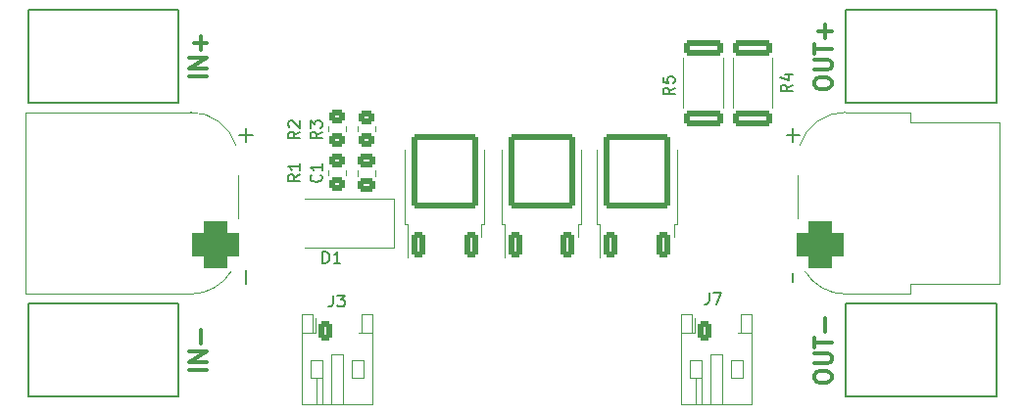
<source format=gbr>
%TF.GenerationSoftware,KiCad,Pcbnew,7.0.2*%
%TF.CreationDate,2023-07-12T23:29:32-04:00*%
%TF.ProjectId,Anti-Spark Switch,416e7469-2d53-4706-9172-6b2053776974,rev?*%
%TF.SameCoordinates,Original*%
%TF.FileFunction,Legend,Top*%
%TF.FilePolarity,Positive*%
%FSLAX46Y46*%
G04 Gerber Fmt 4.6, Leading zero omitted, Abs format (unit mm)*
G04 Created by KiCad (PCBNEW 7.0.2) date 2023-07-12 23:29:32*
%MOMM*%
%LPD*%
G01*
G04 APERTURE LIST*
G04 Aperture macros list*
%AMRoundRect*
0 Rectangle with rounded corners*
0 $1 Rounding radius*
0 $2 $3 $4 $5 $6 $7 $8 $9 X,Y pos of 4 corners*
0 Add a 4 corners polygon primitive as box body*
4,1,4,$2,$3,$4,$5,$6,$7,$8,$9,$2,$3,0*
0 Add four circle primitives for the rounded corners*
1,1,$1+$1,$2,$3*
1,1,$1+$1,$4,$5*
1,1,$1+$1,$6,$7*
1,1,$1+$1,$8,$9*
0 Add four rect primitives between the rounded corners*
20,1,$1+$1,$2,$3,$4,$5,0*
20,1,$1+$1,$4,$5,$6,$7,0*
20,1,$1+$1,$6,$7,$8,$9,0*
20,1,$1+$1,$8,$9,$2,$3,0*%
%AMOutline4P*
0 Free polygon, 4 corners , with rotation*
0 The origin of the aperture is its center*
0 number of corners: always 4*
0 $1 to $8 corner X, Y*
0 $9 Rotation angle, in degrees counterclockwise*
0 create outline with 4 corners*
4,1,4,$1,$2,$3,$4,$5,$6,$7,$8,$1,$2,$9*%
G04 Aperture macros list end*
%ADD10C,0.150000*%
%ADD11C,0.304800*%
%ADD12C,0.120000*%
%ADD13RoundRect,0.249997X2.650003X-2.950003X2.650003X2.950003X-2.650003X2.950003X-2.650003X-2.950003X0*%
%ADD14RoundRect,0.250000X0.350000X-0.850000X0.350000X0.850000X-0.350000X0.850000X-0.350000X-0.850000X0*%
%ADD15R,2.000000X0.900000*%
%ADD16RoundRect,1.025000X1.025000X-1.025000X1.025000X1.025000X-1.025000X1.025000X-1.025000X-1.025000X0*%
%ADD17C,4.100000*%
%ADD18RoundRect,1.025000X-1.025000X1.025000X-1.025000X-1.025000X1.025000X-1.025000X1.025000X1.025000X0*%
%ADD19R,12.000000X7.000000*%
%ADD20RoundRect,0.249999X-1.425001X0.450001X-1.425001X-0.450001X1.425001X-0.450001X1.425001X0.450001X0*%
%ADD21Outline4P,-1.800000X-1.150000X1.800000X-0.550000X1.800000X0.550000X-1.800000X1.150000X0.000000*%
%ADD22Outline4P,-1.800000X-1.150000X1.800000X-0.550000X1.800000X0.550000X-1.800000X1.150000X180.000000*%
%ADD23RoundRect,0.250000X0.450000X-0.350000X0.450000X0.350000X-0.450000X0.350000X-0.450000X-0.350000X0*%
%ADD24RoundRect,0.250000X-0.350000X-0.625000X0.350000X-0.625000X0.350000X0.625000X-0.350000X0.625000X0*%
%ADD25O,1.200000X1.750000*%
%ADD26RoundRect,0.250000X-0.475000X0.337500X-0.475000X-0.337500X0.475000X-0.337500X0.475000X0.337500X0*%
%ADD27RoundRect,0.250000X-0.450000X0.350000X-0.450000X-0.350000X0.450000X-0.350000X0.450000X0.350000X0*%
G04 APERTURE END LIST*
D10*
%TO.C,J8*%
X127882500Y-111746428D02*
X127882500Y-110603571D01*
X127882500Y-99446428D02*
X127882500Y-98303571D01*
X128453928Y-98874999D02*
X127311071Y-98874999D01*
%TO.C,J5*%
X175119666Y-111555951D02*
X175119666Y-110794047D01*
X175160500Y-99446428D02*
X175160500Y-98303571D01*
X175731928Y-98874999D02*
X174589071Y-98874999D01*
D11*
%TO.C,IN-*%
X124530031Y-119216713D02*
X123006031Y-119216713D01*
X124530031Y-118490999D02*
X123006031Y-118490999D01*
X123006031Y-118490999D02*
X124530031Y-117620142D01*
X124530031Y-117620142D02*
X123006031Y-117620142D01*
X123949460Y-116894428D02*
X123949460Y-115733286D01*
%TO.C,OUT+*%
X176981031Y-94542428D02*
X176981031Y-94252142D01*
X176981031Y-94252142D02*
X177053602Y-94106999D01*
X177053602Y-94106999D02*
X177198745Y-93961856D01*
X177198745Y-93961856D02*
X177489031Y-93889285D01*
X177489031Y-93889285D02*
X177997031Y-93889285D01*
X177997031Y-93889285D02*
X178287317Y-93961856D01*
X178287317Y-93961856D02*
X178432460Y-94106999D01*
X178432460Y-94106999D02*
X178505031Y-94252142D01*
X178505031Y-94252142D02*
X178505031Y-94542428D01*
X178505031Y-94542428D02*
X178432460Y-94687571D01*
X178432460Y-94687571D02*
X178287317Y-94832713D01*
X178287317Y-94832713D02*
X177997031Y-94905285D01*
X177997031Y-94905285D02*
X177489031Y-94905285D01*
X177489031Y-94905285D02*
X177198745Y-94832713D01*
X177198745Y-94832713D02*
X177053602Y-94687571D01*
X177053602Y-94687571D02*
X176981031Y-94542428D01*
X176981031Y-93236142D02*
X178214745Y-93236142D01*
X178214745Y-93236142D02*
X178359888Y-93163571D01*
X178359888Y-93163571D02*
X178432460Y-93091000D01*
X178432460Y-93091000D02*
X178505031Y-92945857D01*
X178505031Y-92945857D02*
X178505031Y-92655571D01*
X178505031Y-92655571D02*
X178432460Y-92510428D01*
X178432460Y-92510428D02*
X178359888Y-92437857D01*
X178359888Y-92437857D02*
X178214745Y-92365285D01*
X178214745Y-92365285D02*
X176981031Y-92365285D01*
X176981031Y-91857286D02*
X176981031Y-90986429D01*
X178505031Y-91421857D02*
X176981031Y-91421857D01*
X177924460Y-90478428D02*
X177924460Y-89317286D01*
X178505031Y-89897857D02*
X177343888Y-89897857D01*
%TO.C,IN+*%
X124530031Y-93816713D02*
X123006031Y-93816713D01*
X124530031Y-93090999D02*
X123006031Y-93090999D01*
X123006031Y-93090999D02*
X124530031Y-92220142D01*
X124530031Y-92220142D02*
X123006031Y-92220142D01*
X123949460Y-91494428D02*
X123949460Y-90333286D01*
X124530031Y-90913857D02*
X123368888Y-90913857D01*
%TO.C,OUT-*%
X176981031Y-119942428D02*
X176981031Y-119652142D01*
X176981031Y-119652142D02*
X177053602Y-119506999D01*
X177053602Y-119506999D02*
X177198745Y-119361856D01*
X177198745Y-119361856D02*
X177489031Y-119289285D01*
X177489031Y-119289285D02*
X177997031Y-119289285D01*
X177997031Y-119289285D02*
X178287317Y-119361856D01*
X178287317Y-119361856D02*
X178432460Y-119506999D01*
X178432460Y-119506999D02*
X178505031Y-119652142D01*
X178505031Y-119652142D02*
X178505031Y-119942428D01*
X178505031Y-119942428D02*
X178432460Y-120087571D01*
X178432460Y-120087571D02*
X178287317Y-120232713D01*
X178287317Y-120232713D02*
X177997031Y-120305285D01*
X177997031Y-120305285D02*
X177489031Y-120305285D01*
X177489031Y-120305285D02*
X177198745Y-120232713D01*
X177198745Y-120232713D02*
X177053602Y-120087571D01*
X177053602Y-120087571D02*
X176981031Y-119942428D01*
X176981031Y-118636142D02*
X178214745Y-118636142D01*
X178214745Y-118636142D02*
X178359888Y-118563571D01*
X178359888Y-118563571D02*
X178432460Y-118491000D01*
X178432460Y-118491000D02*
X178505031Y-118345857D01*
X178505031Y-118345857D02*
X178505031Y-118055571D01*
X178505031Y-118055571D02*
X178432460Y-117910428D01*
X178432460Y-117910428D02*
X178359888Y-117837857D01*
X178359888Y-117837857D02*
X178214745Y-117765285D01*
X178214745Y-117765285D02*
X176981031Y-117765285D01*
X176981031Y-117257286D02*
X176981031Y-116386429D01*
X178505031Y-116821857D02*
X176981031Y-116821857D01*
X177924460Y-115878428D02*
X177924460Y-114717286D01*
D10*
%TO.C,R5*%
X164927619Y-94781666D02*
X164451428Y-95114999D01*
X164927619Y-95353094D02*
X163927619Y-95353094D01*
X163927619Y-95353094D02*
X163927619Y-94972142D01*
X163927619Y-94972142D02*
X163975238Y-94876904D01*
X163975238Y-94876904D02*
X164022857Y-94829285D01*
X164022857Y-94829285D02*
X164118095Y-94781666D01*
X164118095Y-94781666D02*
X164260952Y-94781666D01*
X164260952Y-94781666D02*
X164356190Y-94829285D01*
X164356190Y-94829285D02*
X164403809Y-94876904D01*
X164403809Y-94876904D02*
X164451428Y-94972142D01*
X164451428Y-94972142D02*
X164451428Y-95353094D01*
X163927619Y-93876904D02*
X163927619Y-94353094D01*
X163927619Y-94353094D02*
X164403809Y-94400713D01*
X164403809Y-94400713D02*
X164356190Y-94353094D01*
X164356190Y-94353094D02*
X164308571Y-94257856D01*
X164308571Y-94257856D02*
X164308571Y-94019761D01*
X164308571Y-94019761D02*
X164356190Y-93924523D01*
X164356190Y-93924523D02*
X164403809Y-93876904D01*
X164403809Y-93876904D02*
X164499047Y-93829285D01*
X164499047Y-93829285D02*
X164737142Y-93829285D01*
X164737142Y-93829285D02*
X164832380Y-93876904D01*
X164832380Y-93876904D02*
X164880000Y-93924523D01*
X164880000Y-93924523D02*
X164927619Y-94019761D01*
X164927619Y-94019761D02*
X164927619Y-94257856D01*
X164927619Y-94257856D02*
X164880000Y-94353094D01*
X164880000Y-94353094D02*
X164832380Y-94400713D01*
%TO.C,R4*%
X175087619Y-94527666D02*
X174611428Y-94860999D01*
X175087619Y-95099094D02*
X174087619Y-95099094D01*
X174087619Y-95099094D02*
X174087619Y-94718142D01*
X174087619Y-94718142D02*
X174135238Y-94622904D01*
X174135238Y-94622904D02*
X174182857Y-94575285D01*
X174182857Y-94575285D02*
X174278095Y-94527666D01*
X174278095Y-94527666D02*
X174420952Y-94527666D01*
X174420952Y-94527666D02*
X174516190Y-94575285D01*
X174516190Y-94575285D02*
X174563809Y-94622904D01*
X174563809Y-94622904D02*
X174611428Y-94718142D01*
X174611428Y-94718142D02*
X174611428Y-95099094D01*
X174420952Y-93670523D02*
X175087619Y-93670523D01*
X174040000Y-93908618D02*
X174754285Y-94146713D01*
X174754285Y-94146713D02*
X174754285Y-93527666D01*
%TO.C,D1*%
X134516905Y-109971619D02*
X134516905Y-108971619D01*
X134516905Y-108971619D02*
X134755000Y-108971619D01*
X134755000Y-108971619D02*
X134897857Y-109019238D01*
X134897857Y-109019238D02*
X134993095Y-109114476D01*
X134993095Y-109114476D02*
X135040714Y-109209714D01*
X135040714Y-109209714D02*
X135088333Y-109400190D01*
X135088333Y-109400190D02*
X135088333Y-109543047D01*
X135088333Y-109543047D02*
X135040714Y-109733523D01*
X135040714Y-109733523D02*
X134993095Y-109828761D01*
X134993095Y-109828761D02*
X134897857Y-109924000D01*
X134897857Y-109924000D02*
X134755000Y-109971619D01*
X134755000Y-109971619D02*
X134516905Y-109971619D01*
X136040714Y-109971619D02*
X135469286Y-109971619D01*
X135755000Y-109971619D02*
X135755000Y-108971619D01*
X135755000Y-108971619D02*
X135659762Y-109114476D01*
X135659762Y-109114476D02*
X135564524Y-109209714D01*
X135564524Y-109209714D02*
X135469286Y-109257333D01*
%TO.C,R3*%
X134447619Y-98591666D02*
X133971428Y-98924999D01*
X134447619Y-99163094D02*
X133447619Y-99163094D01*
X133447619Y-99163094D02*
X133447619Y-98782142D01*
X133447619Y-98782142D02*
X133495238Y-98686904D01*
X133495238Y-98686904D02*
X133542857Y-98639285D01*
X133542857Y-98639285D02*
X133638095Y-98591666D01*
X133638095Y-98591666D02*
X133780952Y-98591666D01*
X133780952Y-98591666D02*
X133876190Y-98639285D01*
X133876190Y-98639285D02*
X133923809Y-98686904D01*
X133923809Y-98686904D02*
X133971428Y-98782142D01*
X133971428Y-98782142D02*
X133971428Y-99163094D01*
X133447619Y-98258332D02*
X133447619Y-97639285D01*
X133447619Y-97639285D02*
X133828571Y-97972618D01*
X133828571Y-97972618D02*
X133828571Y-97829761D01*
X133828571Y-97829761D02*
X133876190Y-97734523D01*
X133876190Y-97734523D02*
X133923809Y-97686904D01*
X133923809Y-97686904D02*
X134019047Y-97639285D01*
X134019047Y-97639285D02*
X134257142Y-97639285D01*
X134257142Y-97639285D02*
X134352380Y-97686904D01*
X134352380Y-97686904D02*
X134400000Y-97734523D01*
X134400000Y-97734523D02*
X134447619Y-97829761D01*
X134447619Y-97829761D02*
X134447619Y-98115475D01*
X134447619Y-98115475D02*
X134400000Y-98210713D01*
X134400000Y-98210713D02*
X134352380Y-98258332D01*
%TO.C,J3*%
X135413666Y-112736619D02*
X135413666Y-113450904D01*
X135413666Y-113450904D02*
X135366047Y-113593761D01*
X135366047Y-113593761D02*
X135270809Y-113689000D01*
X135270809Y-113689000D02*
X135127952Y-113736619D01*
X135127952Y-113736619D02*
X135032714Y-113736619D01*
X135794619Y-112736619D02*
X136413666Y-112736619D01*
X136413666Y-112736619D02*
X136080333Y-113117571D01*
X136080333Y-113117571D02*
X136223190Y-113117571D01*
X136223190Y-113117571D02*
X136318428Y-113165190D01*
X136318428Y-113165190D02*
X136366047Y-113212809D01*
X136366047Y-113212809D02*
X136413666Y-113308047D01*
X136413666Y-113308047D02*
X136413666Y-113546142D01*
X136413666Y-113546142D02*
X136366047Y-113641380D01*
X136366047Y-113641380D02*
X136318428Y-113689000D01*
X136318428Y-113689000D02*
X136223190Y-113736619D01*
X136223190Y-113736619D02*
X135937476Y-113736619D01*
X135937476Y-113736619D02*
X135842238Y-113689000D01*
X135842238Y-113689000D02*
X135794619Y-113641380D01*
%TO.C,C1*%
X134352380Y-102328166D02*
X134400000Y-102375785D01*
X134400000Y-102375785D02*
X134447619Y-102518642D01*
X134447619Y-102518642D02*
X134447619Y-102613880D01*
X134447619Y-102613880D02*
X134400000Y-102756737D01*
X134400000Y-102756737D02*
X134304761Y-102851975D01*
X134304761Y-102851975D02*
X134209523Y-102899594D01*
X134209523Y-102899594D02*
X134019047Y-102947213D01*
X134019047Y-102947213D02*
X133876190Y-102947213D01*
X133876190Y-102947213D02*
X133685714Y-102899594D01*
X133685714Y-102899594D02*
X133590476Y-102851975D01*
X133590476Y-102851975D02*
X133495238Y-102756737D01*
X133495238Y-102756737D02*
X133447619Y-102613880D01*
X133447619Y-102613880D02*
X133447619Y-102518642D01*
X133447619Y-102518642D02*
X133495238Y-102375785D01*
X133495238Y-102375785D02*
X133542857Y-102328166D01*
X134447619Y-101375785D02*
X134447619Y-101947213D01*
X134447619Y-101661499D02*
X133447619Y-101661499D01*
X133447619Y-101661499D02*
X133590476Y-101756737D01*
X133590476Y-101756737D02*
X133685714Y-101851975D01*
X133685714Y-101851975D02*
X133733333Y-101947213D01*
%TO.C,R2*%
X132542619Y-98591666D02*
X132066428Y-98924999D01*
X132542619Y-99163094D02*
X131542619Y-99163094D01*
X131542619Y-99163094D02*
X131542619Y-98782142D01*
X131542619Y-98782142D02*
X131590238Y-98686904D01*
X131590238Y-98686904D02*
X131637857Y-98639285D01*
X131637857Y-98639285D02*
X131733095Y-98591666D01*
X131733095Y-98591666D02*
X131875952Y-98591666D01*
X131875952Y-98591666D02*
X131971190Y-98639285D01*
X131971190Y-98639285D02*
X132018809Y-98686904D01*
X132018809Y-98686904D02*
X132066428Y-98782142D01*
X132066428Y-98782142D02*
X132066428Y-99163094D01*
X131637857Y-98210713D02*
X131590238Y-98163094D01*
X131590238Y-98163094D02*
X131542619Y-98067856D01*
X131542619Y-98067856D02*
X131542619Y-97829761D01*
X131542619Y-97829761D02*
X131590238Y-97734523D01*
X131590238Y-97734523D02*
X131637857Y-97686904D01*
X131637857Y-97686904D02*
X131733095Y-97639285D01*
X131733095Y-97639285D02*
X131828333Y-97639285D01*
X131828333Y-97639285D02*
X131971190Y-97686904D01*
X131971190Y-97686904D02*
X132542619Y-98258332D01*
X132542619Y-98258332D02*
X132542619Y-97639285D01*
%TO.C,R1*%
X132542619Y-102290666D02*
X132066428Y-102623999D01*
X132542619Y-102862094D02*
X131542619Y-102862094D01*
X131542619Y-102862094D02*
X131542619Y-102481142D01*
X131542619Y-102481142D02*
X131590238Y-102385904D01*
X131590238Y-102385904D02*
X131637857Y-102338285D01*
X131637857Y-102338285D02*
X131733095Y-102290666D01*
X131733095Y-102290666D02*
X131875952Y-102290666D01*
X131875952Y-102290666D02*
X131971190Y-102338285D01*
X131971190Y-102338285D02*
X132018809Y-102385904D01*
X132018809Y-102385904D02*
X132066428Y-102481142D01*
X132066428Y-102481142D02*
X132066428Y-102862094D01*
X132542619Y-101338285D02*
X132542619Y-101909713D01*
X132542619Y-101623999D02*
X131542619Y-101623999D01*
X131542619Y-101623999D02*
X131685476Y-101719237D01*
X131685476Y-101719237D02*
X131780714Y-101814475D01*
X131780714Y-101814475D02*
X131828333Y-101909713D01*
%TO.C,J7*%
X167925666Y-112492619D02*
X167925666Y-113206904D01*
X167925666Y-113206904D02*
X167878047Y-113349761D01*
X167878047Y-113349761D02*
X167782809Y-113445000D01*
X167782809Y-113445000D02*
X167639952Y-113492619D01*
X167639952Y-113492619D02*
X167544714Y-113492619D01*
X168306619Y-112492619D02*
X168973285Y-112492619D01*
X168973285Y-112492619D02*
X168544714Y-113492619D01*
D12*
%TO.C,Q3*%
X164845000Y-106610000D02*
X164845000Y-107710000D01*
X165115000Y-106610000D02*
X164845000Y-106610000D01*
X165115000Y-100190000D02*
X165115000Y-106610000D01*
X158485000Y-106610000D02*
X158485000Y-109440000D01*
X158215000Y-106610000D02*
X158485000Y-106610000D01*
X158215000Y-100190000D02*
X158215000Y-106610000D01*
%TO.C,Q2*%
X156590000Y-106610000D02*
X156590000Y-107710000D01*
X156860000Y-106610000D02*
X156590000Y-106610000D01*
X156860000Y-100190000D02*
X156860000Y-106610000D01*
X150230000Y-106610000D02*
X150230000Y-109440000D01*
X149960000Y-106610000D02*
X150230000Y-106610000D01*
X149960000Y-100190000D02*
X149960000Y-106610000D01*
%TO.C,Q1*%
X141590000Y-100190000D02*
X141590000Y-106610000D01*
X141590000Y-106610000D02*
X141860000Y-106610000D01*
X141860000Y-106610000D02*
X141860000Y-109440000D01*
X148490000Y-100190000D02*
X148490000Y-106610000D01*
X148490000Y-106610000D02*
X148220000Y-106610000D01*
X148220000Y-106610000D02*
X148220000Y-107710000D01*
%TO.C,J8*%
X108800000Y-112635000D02*
X123110000Y-112635000D01*
X108800000Y-96915000D02*
X123110000Y-96915000D01*
X108800000Y-112635000D02*
X108800000Y-96915000D01*
X127220000Y-106065000D02*
X127220000Y-102325000D01*
X127040413Y-99823352D02*
G75*
G03*
X123110000Y-96915000I-3930413J-1201648D01*
G01*
X123110000Y-112634999D02*
G75*
G03*
X126632957Y-110641806I1J4109998D01*
G01*
%TO.C,J5*%
X175578000Y-102325000D02*
X175578000Y-106065000D01*
X185298000Y-96915000D02*
X179688000Y-96915000D01*
X185298000Y-111785000D02*
X185298000Y-112635000D01*
X185298000Y-96915000D02*
X185298000Y-97765000D01*
X185298000Y-112635000D02*
X179688000Y-112635000D01*
X192998000Y-97765000D02*
X192998000Y-111785000D01*
X192998000Y-97765000D02*
X185298000Y-97765000D01*
X192998000Y-111785000D02*
X185298000Y-111785000D01*
X179688000Y-96915001D02*
G75*
G03*
X175729282Y-99785100I-40002J-4109997D01*
G01*
X176165042Y-110641806D02*
G75*
G03*
X179688000Y-112635000I3522958J2116806D01*
G01*
D10*
%TO.C,IN-*%
X109070000Y-113475000D02*
X122070000Y-113475000D01*
X109070000Y-121475000D02*
X109070000Y-113475000D01*
X122070000Y-113475000D02*
X122070000Y-121475000D01*
X122070000Y-121475000D02*
X109070000Y-121475000D01*
%TO.C,OUT+*%
X179720000Y-88075000D02*
X192720000Y-88075000D01*
X179720000Y-96075000D02*
X179720000Y-88075000D01*
X192720000Y-88075000D02*
X192720000Y-96075000D01*
X192720000Y-96075000D02*
X179720000Y-96075000D01*
%TO.C,IN+*%
X109070000Y-88075000D02*
X122070000Y-88075000D01*
X109070000Y-96075000D02*
X109070000Y-88075000D01*
X122070000Y-88075000D02*
X122070000Y-96075000D01*
X122070000Y-96075000D02*
X109070000Y-96075000D01*
%TO.C,OUT-*%
X179720000Y-113475000D02*
X192720000Y-113475000D01*
X179720000Y-121475000D02*
X179720000Y-113475000D01*
X192720000Y-113475000D02*
X192720000Y-121475000D01*
X192720000Y-121475000D02*
X179720000Y-121475000D01*
D12*
%TO.C,R5*%
X165676000Y-92183936D02*
X165676000Y-96538064D01*
X169096000Y-92183936D02*
X169096000Y-96538064D01*
%TO.C,R4*%
X169969000Y-92183936D02*
X169969000Y-96538064D01*
X173389000Y-92183936D02*
X173389000Y-96538064D01*
%TO.C,D1*%
X140634000Y-104359000D02*
X132974000Y-104359000D01*
X140634000Y-108659000D02*
X140634000Y-104359000D01*
X140634000Y-108659000D02*
X132974000Y-108659000D01*
%TO.C,R3*%
X139038000Y-98557064D02*
X139038000Y-98102936D01*
X137568000Y-98557064D02*
X137568000Y-98102936D01*
%TO.C,J3*%
X132687000Y-114364000D02*
X132687000Y-122184000D01*
X132687000Y-115964000D02*
X133607000Y-115964000D01*
X132687000Y-122184000D02*
X138807000Y-122184000D01*
X133447000Y-118324000D02*
X133447000Y-119924000D01*
X133447000Y-119924000D02*
X134447000Y-119924000D01*
X133607000Y-114364000D02*
X132687000Y-114364000D01*
X133607000Y-115964000D02*
X133607000Y-114364000D01*
X133887000Y-115964000D02*
X133607000Y-115964000D01*
X133887000Y-115964000D02*
X133887000Y-114749000D01*
X133947000Y-119924000D02*
X133947000Y-122184000D01*
X134447000Y-118324000D02*
X133447000Y-118324000D01*
X134447000Y-119924000D02*
X134447000Y-118324000D01*
X134447000Y-119924000D02*
X134447000Y-122184000D01*
X135247000Y-117824000D02*
X136247000Y-117824000D01*
X135247000Y-122184000D02*
X135247000Y-117824000D01*
X136247000Y-117824000D02*
X136247000Y-122184000D01*
X137047000Y-118324000D02*
X138047000Y-118324000D01*
X137047000Y-119924000D02*
X137047000Y-118324000D01*
X137887000Y-114364000D02*
X137887000Y-115964000D01*
X137887000Y-115964000D02*
X137607000Y-115964000D01*
X138047000Y-118324000D02*
X138047000Y-119924000D01*
X138047000Y-119924000D02*
X137047000Y-119924000D01*
X138807000Y-114364000D02*
X137887000Y-114364000D01*
X138807000Y-115964000D02*
X137887000Y-115964000D01*
X138807000Y-122184000D02*
X138807000Y-114364000D01*
%TO.C,C1*%
X137568000Y-101900248D02*
X137568000Y-102422752D01*
X139038000Y-101900248D02*
X139038000Y-102422752D01*
%TO.C,R2*%
X135028000Y-98086936D02*
X135028000Y-98541064D01*
X136498000Y-98086936D02*
X136498000Y-98541064D01*
%TO.C,R1*%
X136498000Y-101896936D02*
X136498000Y-102351064D01*
X135028000Y-101896936D02*
X135028000Y-102351064D01*
%TO.C,J7*%
X165453000Y-114364000D02*
X165453000Y-122184000D01*
X165453000Y-115964000D02*
X166373000Y-115964000D01*
X165453000Y-122184000D02*
X171573000Y-122184000D01*
X166213000Y-118324000D02*
X166213000Y-119924000D01*
X166213000Y-119924000D02*
X167213000Y-119924000D01*
X166373000Y-114364000D02*
X165453000Y-114364000D01*
X166373000Y-115964000D02*
X166373000Y-114364000D01*
X166653000Y-115964000D02*
X166373000Y-115964000D01*
X166653000Y-115964000D02*
X166653000Y-114749000D01*
X166713000Y-119924000D02*
X166713000Y-122184000D01*
X167213000Y-118324000D02*
X166213000Y-118324000D01*
X167213000Y-119924000D02*
X167213000Y-118324000D01*
X167213000Y-119924000D02*
X167213000Y-122184000D01*
X168013000Y-117824000D02*
X169013000Y-117824000D01*
X168013000Y-122184000D02*
X168013000Y-117824000D01*
X169013000Y-117824000D02*
X169013000Y-122184000D01*
X169813000Y-118324000D02*
X170813000Y-118324000D01*
X169813000Y-119924000D02*
X169813000Y-118324000D01*
X170653000Y-114364000D02*
X170653000Y-115964000D01*
X170653000Y-115964000D02*
X170373000Y-115964000D01*
X170813000Y-118324000D02*
X170813000Y-119924000D01*
X170813000Y-119924000D02*
X169813000Y-119924000D01*
X171573000Y-114364000D02*
X170653000Y-114364000D01*
X171573000Y-115964000D02*
X170653000Y-115964000D01*
X171573000Y-122184000D02*
X171573000Y-114364000D01*
%TD*%
%LPC*%
D13*
%TO.C,Q3*%
X161665000Y-102040000D03*
D14*
X163945000Y-108340000D03*
X159385000Y-108340000D03*
%TD*%
D13*
%TO.C,Q2*%
X153410000Y-102040000D03*
D14*
X155690000Y-108340000D03*
X151130000Y-108340000D03*
%TD*%
%TO.C,Q1*%
X142760000Y-108340000D03*
X147320000Y-108340000D03*
D13*
X145040000Y-102040000D03*
%TD*%
D15*
%TO.C,J8*%
X119260000Y-111525000D03*
X119260000Y-98025000D03*
D16*
X125260000Y-108375000D03*
D17*
X125260000Y-101175000D03*
%TD*%
D15*
%TO.C,J5*%
X183538000Y-98025000D03*
X183538000Y-111525000D03*
D18*
X177538000Y-108375000D03*
D17*
X177538000Y-101175000D03*
%TD*%
D19*
%TO.C,IN-*%
X115570000Y-117475000D03*
%TD*%
%TO.C,OUT+*%
X186220000Y-92075000D03*
%TD*%
%TO.C,IN+*%
X115570000Y-92075000D03*
%TD*%
%TO.C,OUT-*%
X186220000Y-117475000D03*
%TD*%
D20*
%TO.C,R5*%
X167386000Y-97411000D03*
X167386000Y-91311000D03*
%TD*%
%TO.C,R4*%
X171679000Y-97411000D03*
X171679000Y-91311000D03*
%TD*%
D21*
%TO.C,D1*%
X132774000Y-106509000D03*
D22*
X138574000Y-106509000D03*
%TD*%
D23*
%TO.C,R3*%
X138303000Y-97330000D03*
X138303000Y-99330000D03*
%TD*%
D24*
%TO.C,J3*%
X134747000Y-115824000D03*
D25*
X136747000Y-115824000D03*
%TD*%
D26*
%TO.C,C1*%
X138303000Y-103199000D03*
X138303000Y-101124000D03*
%TD*%
D27*
%TO.C,R2*%
X135763000Y-99314000D03*
X135763000Y-97314000D03*
%TD*%
%TO.C,R1*%
X135763000Y-101124000D03*
X135763000Y-103124000D03*
%TD*%
D24*
%TO.C,J7*%
X167513000Y-115824000D03*
D25*
X169513000Y-115824000D03*
%TD*%
%LPD*%
M02*

</source>
